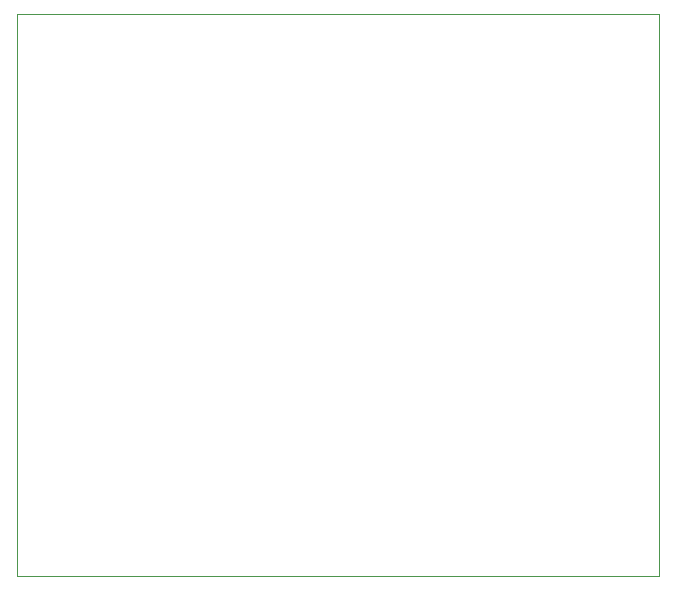
<source format=gbr>
%TF.GenerationSoftware,KiCad,Pcbnew,7.0.7*%
%TF.CreationDate,2023-11-13T10:05:20-05:00*%
%TF.ProjectId,Capstone-board-v1,43617073-746f-46e6-952d-626f6172642d,rev?*%
%TF.SameCoordinates,Original*%
%TF.FileFunction,Profile,NP*%
%FSLAX46Y46*%
G04 Gerber Fmt 4.6, Leading zero omitted, Abs format (unit mm)*
G04 Created by KiCad (PCBNEW 7.0.7) date 2023-11-13 10:05:20*
%MOMM*%
%LPD*%
G01*
G04 APERTURE LIST*
%TA.AperFunction,Profile*%
%ADD10C,0.100000*%
%TD*%
G04 APERTURE END LIST*
D10*
X21742000Y-19448000D02*
X76142000Y-19448000D01*
X76142000Y-67058000D01*
X21742000Y-67058000D01*
X21742000Y-19448000D01*
M02*

</source>
